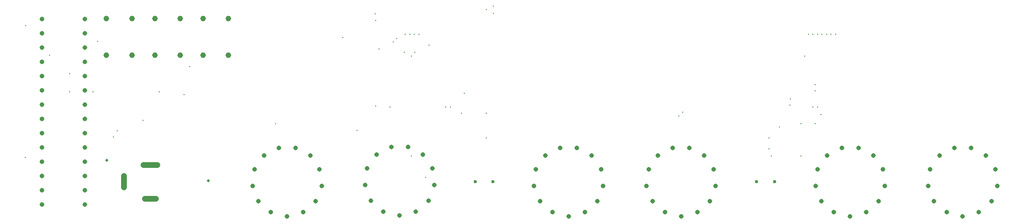
<source format=gbr>
%TF.GenerationSoftware,KiCad,Pcbnew,9.0.4*%
%TF.CreationDate,2025-11-16T22:43:41-07:00*%
%TF.ProjectId,Nixie Clock ECE5930,4e697869-6520-4436-9c6f-636b20454345,rev?*%
%TF.SameCoordinates,Original*%
%TF.FileFunction,Plated,1,2,PTH,Mixed*%
%TF.FilePolarity,Positive*%
%FSLAX46Y46*%
G04 Gerber Fmt 4.6, Leading zero omitted, Abs format (unit mm)*
G04 Created by KiCad (PCBNEW 9.0.4) date 2025-11-16 22:43:41*
%MOMM*%
%LPD*%
G01*
G04 APERTURE LIST*
%TA.AperFunction,ViaDrill*%
%ADD10C,0.300000*%
%TD*%
%TA.AperFunction,ComponentDrill*%
%ADD11C,0.500000*%
%TD*%
%TA.AperFunction,ComponentDrill*%
%ADD12C,0.599440*%
%TD*%
%TA.AperFunction,ComponentDrill*%
%ADD13C,0.800000*%
%TD*%
%TA.AperFunction,ComponentDrill*%
%ADD14C,0.838200*%
%TD*%
%TA.AperFunction,ComponentDrill*%
%ADD15C,0.990600*%
%TD*%
G04 aperture for slot hole*
%TA.AperFunction,ComponentDrill*%
%ADD16C,1.000000*%
%TD*%
G04 APERTURE END LIST*
D10*
X63500000Y-50418001D03*
X63590000Y-27017958D03*
X67807210Y-32247210D03*
X71393975Y-35560000D03*
X71393975Y-38735000D03*
X75565000Y-38735000D03*
X76400265Y-29771735D03*
X79206760Y-46821760D03*
X79806760Y-45720000D03*
X84455000Y-43815000D03*
X87262000Y-38735000D03*
X91674000Y-39243000D03*
X92710000Y-34290000D03*
X107950000Y-44450000D03*
X119888000Y-29083000D03*
X122448235Y-45613235D03*
X125623235Y-24871765D03*
X125730000Y-26035000D03*
X125730000Y-41275000D03*
X126365000Y-31115000D03*
X128305000Y-41453527D03*
X128867548Y-29882452D03*
X129433235Y-29316765D03*
X130810000Y-31750000D03*
X131000000Y-28500000D03*
X131800000Y-28500000D03*
X132080000Y-32385000D03*
X132080000Y-50165000D03*
X132600000Y-28500000D03*
X132715000Y-31750000D03*
X133400000Y-28500000D03*
X134620000Y-53975000D03*
X135255000Y-30480000D03*
X138200000Y-41500000D03*
X139000000Y-41500000D03*
X140970000Y-42545000D03*
X141500000Y-39000000D03*
X145415000Y-24130000D03*
X145415000Y-42545000D03*
X145415000Y-46990000D03*
X146685000Y-23495000D03*
X146685000Y-24765000D03*
X179588542Y-43063542D03*
X180264271Y-42387813D03*
X195549765Y-46959765D03*
X195580000Y-48895000D03*
X195987500Y-50165000D03*
X197454765Y-45054765D03*
X199283235Y-41168235D03*
X199390000Y-40005000D03*
X201295000Y-44450000D03*
X201295000Y-50165000D03*
X201930000Y-32385000D03*
X202600000Y-28500000D03*
X203400000Y-28500000D03*
X203400000Y-41500000D03*
X203835000Y-37465000D03*
X203835000Y-38603000D03*
X203835000Y-44450000D03*
X204200000Y-28500000D03*
X204200000Y-41500000D03*
X204799000Y-42850748D03*
X205000000Y-28500000D03*
X205800000Y-28500000D03*
X206600000Y-28500000D03*
X207400000Y-28500000D03*
D11*
%TO.C,J1*%
X78000000Y-51000000D03*
%TO.C,J3*%
X95990000Y-54610000D03*
D12*
%TO.C,N4*%
X143412500Y-54750000D03*
X146587500Y-54750000D03*
%TO.C,N8*%
X193412500Y-54750000D03*
X196587500Y-54750000D03*
D13*
%TO.C,U1*%
X66500000Y-25800000D03*
X66500000Y-28340000D03*
X66500000Y-30880000D03*
X66500000Y-33420000D03*
X66500000Y-35960000D03*
X66500000Y-38500000D03*
X66500000Y-41040000D03*
X66500000Y-43580000D03*
X66500000Y-46120000D03*
X66500000Y-48660000D03*
X66500000Y-51200000D03*
X66500000Y-53740000D03*
X66500000Y-56280000D03*
X66500000Y-58820000D03*
X74120000Y-25800000D03*
X74120000Y-28340000D03*
X74120000Y-30880000D03*
X74120000Y-33420000D03*
X74120000Y-35960000D03*
X74120000Y-38500000D03*
X74120000Y-41040000D03*
X74120000Y-43580000D03*
X74120000Y-46120000D03*
X74120000Y-48660000D03*
X74120000Y-51200000D03*
X74120000Y-53740000D03*
X74120000Y-56280000D03*
X74120000Y-58820000D03*
D14*
%TO.C,N1*%
X103855740Y-55494220D03*
X104213880Y-52555440D03*
X104907300Y-58265360D03*
X105895360Y-50117040D03*
X107124720Y-60228780D03*
X108519180Y-48740360D03*
X110000000Y-60937440D03*
X111480820Y-48740360D03*
X112875280Y-60228780D03*
X114104640Y-50117040D03*
X115092700Y-58265360D03*
X115786120Y-52555440D03*
X116144260Y-55494220D03*
%TO.C,N2*%
X123855740Y-55354220D03*
X124213880Y-52415440D03*
X124907300Y-58125360D03*
X125895360Y-49977040D03*
X127124720Y-60088780D03*
X128519180Y-48600360D03*
X130000000Y-60797440D03*
X131480820Y-48600360D03*
X132875280Y-60088780D03*
X134104640Y-49977040D03*
X135092700Y-58125360D03*
X135786120Y-52415440D03*
X136144260Y-55354220D03*
%TO.C,N3*%
X153855740Y-55494220D03*
X154213880Y-52555440D03*
X154907300Y-58265360D03*
X155895360Y-50117040D03*
X157124720Y-60228780D03*
X158519180Y-48740360D03*
X160000000Y-60937440D03*
X161480820Y-48740360D03*
X162875280Y-60228780D03*
X164104640Y-50117040D03*
X165092700Y-58265360D03*
X165786120Y-52555440D03*
X166144260Y-55494220D03*
%TO.C,N5*%
X173855740Y-55494220D03*
X174213880Y-52555440D03*
X174907300Y-58265360D03*
X175895360Y-50117040D03*
X177124720Y-60228780D03*
X178519180Y-48740360D03*
X180000000Y-60937440D03*
X181480820Y-48740360D03*
X182875280Y-60228780D03*
X184104640Y-50117040D03*
X185092700Y-58265360D03*
X185786120Y-52555440D03*
X186144260Y-55494220D03*
%TO.C,N6*%
X203855740Y-55494220D03*
X204213880Y-52555440D03*
X204907300Y-58265360D03*
X205895360Y-50117040D03*
X207124720Y-60228780D03*
X208519180Y-48740360D03*
X210000000Y-60937440D03*
X211480820Y-48740360D03*
X212875280Y-60228780D03*
X214104640Y-50117040D03*
X215092700Y-58265360D03*
X215786120Y-52555440D03*
X216144260Y-55494220D03*
%TO.C,N7*%
X223855740Y-55494220D03*
X224213880Y-52555440D03*
X224907300Y-58265360D03*
X225895360Y-50117040D03*
X227124720Y-60228780D03*
X228519180Y-48740360D03*
X230000000Y-60937440D03*
X231480820Y-48740360D03*
X232875280Y-60228780D03*
X234104640Y-50117040D03*
X235092700Y-58265360D03*
X235786120Y-52555440D03*
X236144260Y-55494220D03*
D15*
%TO.C,SW4*%
X77939000Y-25749750D03*
X77939000Y-32249751D03*
X82439001Y-25749750D03*
X82439001Y-32249751D03*
%TO.C,SW5*%
X86526999Y-25749750D03*
X86526999Y-32249751D03*
X91027000Y-25749750D03*
X91027000Y-32249751D03*
%TO.C,SW6*%
X95114998Y-25749750D03*
X95114998Y-32249751D03*
X99614999Y-25749750D03*
X99614999Y-32249751D03*
D16*
%TO.C,J2*%
X81025000Y-55785000D02*
X81025000Y-53785000D01*
X84475000Y-51785000D02*
X86975000Y-51785000D01*
X84725000Y-57785000D02*
X86725000Y-57785000D01*
M02*

</source>
